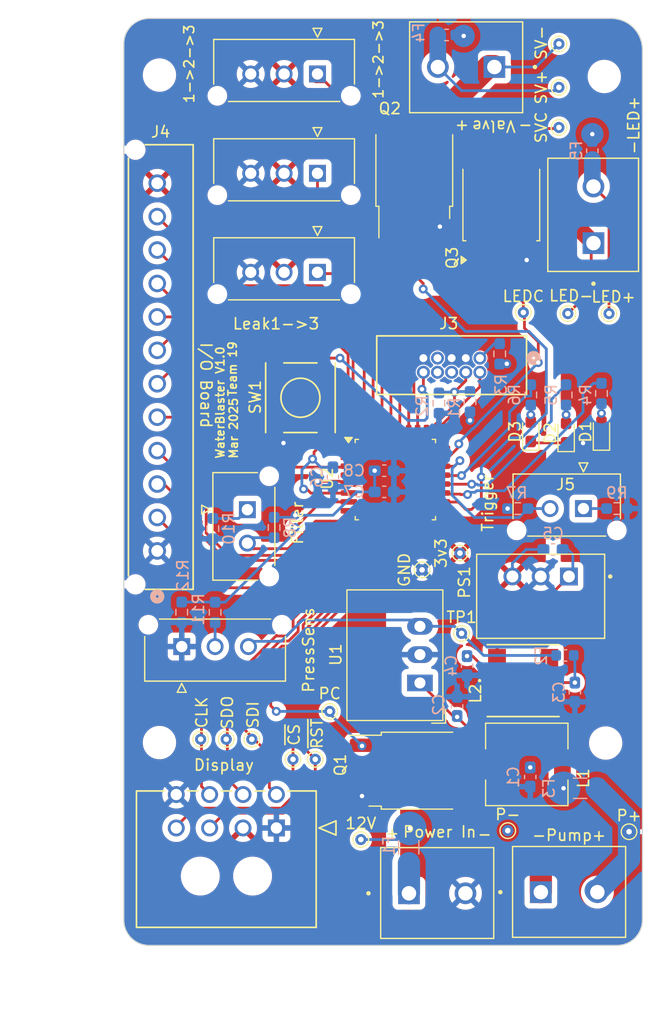
<source format=kicad_pcb>
(kicad_pcb (version 20241229) (generator "pcbnew") (generator_version "9.0")
  (layers (0 "F.Cu" signal) (2 "B.Cu" signal) (13 "F.Paste" user) (15 "B.Paste" user) (5 "F.SilkS" user "F.Silkscreen") (7 "B.SilkS" user "B.Silkscreen") (1 "F.Mask" user) (3 "B.Mask" user) (25 "Edge.Cuts" user))
  (net 0 "")
  (net 1 "+5V")
  (net 2 "GND")
  (net 3 "+3V3")
  (net 4 "+12V")
  (net 5 "/MCU/RESET")
  (net 6 "Net-(D1-A)")
  (net 7 "Net-(D2-A)")
  (net 8 "Net-(D3-A)")
  (net 9 "Net-(U1-IN)")
  (net 10 "Net-(C3-Pad1)")
  (net 11 "Net-(J7-Pin_2)")
  (net 12 "/Display/SCLK")
  (net 13 "/Display/SDI")
  (net 14 "/Display/SDO")
  (net 15 "/Display/{slash}CS")
  (net 16 "/Display/{slash}RESET")
  (net 17 "Net-(PS1-+VIN)")
  (net 18 "Net-(J3-VCC)")
  (net 22 "Net-(J9-Pin_1)")
  (net 23 "/MCU/PumpControl")
  (net 24 "/MCU/ValveControl")
  (net 25 "/IO/LED1")
  (net 26 "/IO/LED2")
  (net 27 "/IO/LED3")
  (net 28 "/MCU/SWCLK")
  (net 29 "/MCU/SWDIO")
  (net 30 "/IO/Trigger")
  (net 31 "/IO/Filler")
  (net 32 "Net-(J9-Pin_2)")
  (net 33 "/IO/DPadRight")
  (net 34 "/IO/Back")
  (net 35 "/IO/EncoderButton")
  (net 36 "/IO/Power")
  (net 37 "/IO/DPadUp")
  (net 38 "/IO/EncoderA")
  (net 39 "/IO/DPadLeft")
  (net 40 "/IO/EncoderB")
  (net 41 "/IO/DPadDown")
  (net 42 "/IO/Select")
  (net 43 "Net-(J5-Pin_1)")
  (net 44 "Net-(J6-Pin_1)")
  (net 45 "Net-(J7-Pin_1)")
  (net 46 "/MCU/LeakSensor1")
  (net 47 "/MCU/LeakSensor2")
  (net 48 "Net-(J12-Pin_2)")
  (net 49 "/MCU/LeakSensor3")
  (net 50 "/MCU/PressureTransducer")
  (net 51 "/MCU/LEDControl")
  (net 52 "Net-(J14-Pin_2)")
  (net 53 "Net-(J14-Pin_1)")
  (net 54 "Net-(J1-Pin_1)")
  (footprint "TestPoint:TestPoint_THTPad_D1.0mm_Drill0.5mm" (layer "F.Cu") (at 103.3 119.8 -90)
    (property "Reference" "CLK")
    (property "Value" "SCK")
  )
  (footprint "TestPoint:TestPoint_THTPad_D1.0mm_Drill0.5mm" (layer "F.Cu") (at 126.6 103.1 -90)
    (property "Reference" "3v3")
    (property "Value" "3V3")
  )
  (footprint "WaterBlaster:PHOENIX_1985865" (layer "F.Cu") (at 142.65 77.82 90)
    (property "Reference" "J9" (hide yes))
    (property "Value" "Conn_01x03")
  )
  (footprint "WaterBlaster:MOLEX_436500317" (layer "F.Cu") (at 113.8 77.9)
    (property "Reference" "J10" (hide yes))
    (property "Value" "Conn_01x03")
  )
  (footprint "Package_QFP:LQFP-32_7x7mm_P0.8mm" (layer "F.Cu") (at 120.8 96.5)
    (property "Reference" "U2")
    (property "Value" "STM32G070KBT6")
  )
  (footprint "WaterBlaster:IND_TAIYO_NR6028_TAY" (layer "F.Cu") (at 132.2821 114.54)
    (property "Reference" "L2")
    (property "Value" "NR6028T101M")
  )
  (footprint "WaterBlaster:PHOENIX_1985865" (layer "F.Cu") (at 131.3325 137.575)
    (property "Reference" "J7" (hide yes))
    (property "Value" "Conn_01x02")
  )
  (footprint "WaterBlaster:MOLEX_436500317" (layer "F.Cu") (at 113.8 69.015)
    (property "Reference" "J11" (hide yes))
    (property "Value" "Conn_01x03")
  )
  (footprint "Package_TO_SOT_SMD:TO-252-2" (layer "F.Cu") (at 122.84 122.62)
    (property "Reference" "Q1")
    (property "Value" "353-MCU60N02-TPCT-ND")
  )
  (footprint "WaterBlaster:PTS645SL43SMTR92LFS_CNK" (layer "F.Cu") (at 112.268 89.154 90)
    (property "Reference" "SW1")
    (property "Value" "SW_Push")
  )
  (footprint "TestPoint:TestPoint_THTPad_D1.0mm_Drill0.5mm" (layer "F.Cu") (at 126.75 110.3)
    (property "Reference" "TP1")
    (property "Value" "5v Protected")
  )
  (footprint "Package_TO_SOT_SMD:TO-252-2" (layer "F.Cu") (at 122.5 68.66 90)
    (property "Reference" "Q2")
    (property "Value" "353-MCU60N02-TPCT-ND")
  )
  (footprint "WaterBlaster:PHOENIX_1985865" (layer "F.Cu") (at 132.24 55.425 180)
    (property "Reference" "J14" (hide yes))
    (property "Value" "Conn_01x03")
  )
  (footprint "WaterBlaster:MOLEX_436500317" (layer "F.Cu") (at 113.8 60.1)
    (property "Reference" "J13" (hide yes))
    (property "Value" "Conn_01x03")
  )
  (footprint "TestPoint:TestPoint_THTPad_D1.0mm_Drill0.5mm" (layer "F.Cu") (at 105.6 119.8 90)
    (property "Reference" "SDO")
    (property "Value" "MISO")
  )
  (footprint "TestPoint:TestPoint_THTPad_D1.0mm_Drill0.5mm" (layer "F.Cu") (at 111.6 121.6 -90)
    (property "Reference" "~{CS}")
    (property "Value" "~{CS}")
  )
  (footprint "TestPoint:TestPoint_THTPad_D1.0mm_Drill0.5mm" (layer "F.Cu") (at 135.5 61.3 90)
    (property "Reference" "SV+")
    (property "Value" "ValvePWR")
  )
  (footprint "WaterBlaster:MOLEX_436500227" (layer "F.Cu") (at 107.5 99.2 90)
    (property "Reference" "Filler")
    (property "Value" "Conn_01x02")
  )
  (footprint "WaterBlaster:CONN_3220-10-0100-00_CNC" (layer "F.Cu") (at 128.397 85.598 180)
    (property "Reference" "J3")
    (property "Value" "JTAG_Header")
  )
  (footprint "TestPoint:TestPoint_THTPad_D1.0mm_Drill0.5mm" (layer "F.Cu") (at 136.3 81.6)
    (property "Reference" "LED-")
    (property "Value" "LEDGND")
  )
  (footprint "TestPoint:TestPoint_THTPad_D1.0mm_Drill0.5mm" (layer "F.Cu") (at 132.3 81.5)
    (property "Reference" "LEDC")
    (property "Value" "LEDControl")
  )
  (footprint "WaterBlaster:PHOENIX_1985865" (layer "F.Cu") (at 119.48 137.675)
    (property "Reference" "J1" (hide yes))
    (property "Value" "Conn_01x03")
  )
  (footprint "WaterBlaster:MOLEX_436500317" (layer "F.Cu") (at 101.6 111.485 180)
    (property "Reference" "PressSens")
    (property "Value" "Conn_01x03")
  )
  (footprint "TestPoint:TestPoint_THTPad_D1.0mm_Drill0.5mm" (layer "F.Cu") (at 141.8 128.1)
    (property "Reference" "P+")
    (property "Value" "PumpPWR")
  )
  (footprint "WaterBlaster:CONV_R-78K3.3-0.5" (layer "F.Cu") (at 133.8575 106.97 180)
    (property "Reference" "PS1")
    (property "Value" "R-78K3.3-0.5")
  )
  (footprint "Inductor_SMD:L_7.3x7.3_H3.5" (layer "F.Cu") (at 132.61 122.06 180)
    (property "Reference" "L1")
    (property "Value" "12uH")
  )
  (footprint "WaterBlaster:CON_430450800_MOL" (layer "F.Cu") (at 110.109 127.762)
    (property "Reference" "J2" (hide yes))
    (property "Value" "430450800")
  )
  (footprint "TestPoint:TestPoint_THTPad_D1.0mm_Drill0.5mm" (layer "F.Cu") (at 135.5 64.9 -90)
    (property "Reference" "SVC")
    (property "Value" "ValveControl")
  )
  (footprint "TestPoint:TestPoint_THTPad_D1.0mm_Drill0.5mm" (layer "F.Cu") (at 117.7 128.8)
    (property "Reference" "12V")
    (property "Value" "12V")
  )
  (footprint "TestPoint:TestPoint_THTPad_D1.0mm_Drill0.5mm" (layer "F.Cu") (at 130.9 128)
    (property "Reference" "P-")
    (property "Value" "PumpGND")
  )
  (footprint "TestPoint:TestPoint_THTPad_D1.0mm_Drill0.5mm" (layer "F.Cu") (at 123.2 104.6 90)
    (property "Reference" "GND")
    (property "Value" "GND")
  )
  (footprint "WaterBlaster:CONN_SD-43650-010_12_MOL" (layer "F.Cu") (at 99.718699 86.4 -90)
    (property "Reference" "J4")
    (property "Value" "Conn_01x12")
  )
  (footprint "LED_SMD:LED_0603_1608Metric_Pad1.05x0.95mm_HandSolder" (layer "F.Cu") (at 136.144 92.329 90)
    (property "Reference" "D2")
    (property "Value" "RED LED")
  )
  (footprint "TestPoint:TestPoint_THTPad_D1.0mm_Drill0.5mm" (layer "F.Cu") (at 114.9 117.3 90)
    (property "Reference" "PC")
    (property "Value" "PumpControl")
  )
  (footprint "TestPoint:TestPoint_THTPad_D1.0mm_Drill0.5mm" (layer "F.Cu") (at 107.9 119.8 -90)
    (property "Reference" "SDI")
    (property "Value" "MOSI")
  )
  (footprint "TestPoint:TestPoint_THTPad_D1.0mm_Drill0.5mm" (layer "F.Cu") (at 135.5 57.4 90)
    (property "Reference" "SV-")
    (property "Value" "ValveGND")
  )
  (footprint "MountingHole:MountingHole_2.5mm" (layer "F.Cu") (at 139.7 120.142)
    (property "Reference" "H4" (hide yes))
    (property "Value" "MountingHole")
  )
  (footprint "LED_SMD:LED_0603_1608Metric_Pad1.05x0.95mm_HandSolder" (layer "F.Cu") (at 132.969 92.202 90)
    (property "Reference" "D3")
    (property "Value" "YELLOW LED")
  )
  (footprint "Converter_DCDC:Converter_DCDC_RECOM_R-78E-0.5_THT" (layer "F.Cu") (at 123.0075 114.747 90)
    (property "Reference" "U1")
    (property "Value" "R-78E5.0-0.5")
  )
  (footprint "WaterBlaster:MOLEX_436500227" (layer "F.Cu") (at 137.7 99.1)
    (property "Reference" "J5")
    (property "Value" "Conn_01x02")
  )
  (footprint "LED_SMD:LED_0603_1608Metric_Pad1.05x0.95mm_HandSolder" (layer "F.Cu") (at 139.319 92.202 90)
    (property "Reference" "D1")
    (property "Value" "BLUE LED")
  )
  (footprint "TestPoint:TestPoint_THTPad_D1.0mm_Drill0.5mm" (layer "F.Cu") (at 113.6 121.6 -90)
    (property "Reference" "~{RST}")
    (property "Value" "~{RESET}")
  )
  (footprint "TestPoint:TestPoint_THTPad_D1.0mm_Drill0.5mm" (layer "F.Cu") (at 140 81.6)
    (property "Reference" "LED+")
    (property "Value" "LEDPWR")
  )
  (footprint "Package_TO_SOT_SMD:TO-252-2" (layer "F.Cu") (at 130.32 71.76 90)
    (property "Reference" "Q3")
    (property "Value" "353-MCU60N02-TPCT-ND")
  )
  (footprint "Fuse:Fuse_1206_3216Metric" (layer "B.Cu") (at 122 129.5 90)
    (property "Reference" "F1")
    (property "Value" "10A")
  )
  (footprint "MountingHole:MountingHole_2.5mm" (layer "B.Cu") (at 99.6 60.2 180)
    (property "Reference" "H1" (hide yes))
    (property "Value" "MountingHole")
  )
  (footprint "Resistor_SMD:R_0603_1608Metric_Pad0.98x0.95mm_HandSolder" (layer "B.Cu") (at 132.969 88.9 -90)
    (property "Reference" "R6")
    (property "Value" "1k")
  )
  (footprint "Resistor_SMD:R_0603_1608Metric_Pad0.98x0.95mm_HandSolder" (layer "B.Cu") (at 104.4 100.9 90)
    (property "Reference" "R10")
    (property "Value" "1k")
  )
  (footprint "Resistor_SMD:R_0603_1608Metric_Pad0.98x0.95mm_HandSolder" (layer "B.Cu") (at 130.175 85.217 90)
    (property "Reference" "R3")
    (property "Value" "0")
  )
  (footprint "Resistor_SMD:R_0603_1608Metric_Pad0.98x0.95mm_HandSolder" (layer "B.Cu") (at 104.6 108.4125 -90)
    (property "Reference" "R11")
    (property "Value" "10K")
  )
  (footprint "Resistor_SMD:R_0603_1608Metric_Pad0.98x0.95mm_HandSolder" (layer "B.Cu") (at 124.714 89.6385 90)
    (property "Reference" "R2")
    (property "Value" "R")
  )
  (footprint "Capacitor_SMD:C_0603_1608Metric_Pad1.08x0.95mm_HandSolder" (layer "B.Cu") (at 119.8 95.7)
    (property "Reference" "C8")
    (property "Value" "4.7uF")
  )
  (footprint "MountingHole:MountingHole_2.5mm" (layer "B.Cu") (at 99.6 120.1 180)
    (property "Reference" "H3" (hide yes))
    (property "Value" "MountingHole")
  )
  (footprint "Resistor_SMD:R_0603_1608Metric_Pad0.98x0.95mm_HandSolder" (layer "B.Cu") (at 109.9 100.8 90)
    (property "Reference" "R8")
    (property "Value" "10k")
  )
  (footprint "Resistor_SMD:R_0603_1608Metric_Pad0.98x0.95mm_HandSolder" (layer "B.Cu") (at 136.144 88.9 -90)
    (property "Reference" "R5")
    (property "Value" "1k")
  )
  (footprint "Resistor_SMD:R_0603_1608Metric_Pad0.98x0.95mm_HandSolder" (layer "B.Cu") (at 140.7 99.1 180)
    (property "Reference" "R9")
    (property "Value" "1k")
  )
  (footprint "Fuse:Fuse_0603_1608Metric" (layer "B.Cu") (at 138.5 66.9875 -90)
    (property "Reference" "F5")
    (property "Value" "1.2A")
  )
  (footprint "Resistor_SMD:R_0603_1608Metric_Pad0.98x0.95mm_HandSolder" (layer "B.Cu") (at 101.6 108.4 90)
    (property "Reference" "R12")
    (property "Value" "10K")
  )
  (footprint "Resistor_SMD:R_0603_1608Metric_Pad0.98x0.95mm_HandSolder" (layer "B.Cu") (at 139.319 88.773 -90)
    (property "Reference" "R4")
    (property "Value" "1k")
  )
  (footprint "MountingHole:MountingHole_2.5mm" (layer "B.Cu") (at 139.573 60.325 180)
    (property "Reference" "H2" (hide yes))
    (property "Value" "MountingHole")
  )
  (footprint "Capacitor_SMD:C_0603_1608Metric_Pad1.08x0.95mm_HandSolder" (layer "B.Cu") (at 134.97 102.77 180)
    (property "Reference" "C5")
    (property "Value" "1nf")
  )
  (footprint "Capacitor_SMD:C_0603_1608Metric_Pad1.08x0.95mm_HandSolder" (layer "B.Cu") (at 126.35 116.85 90)
    (property "Reference" "C2")
    (property "Value" "4.7uF")
  )
  (footprint "Capacitor_SMD:C_0603_1608Metric_Pad1.08x0.95mm_HandSolder" (layer "B.Cu") (at 127.24 113.2 -90)
    (property "Reference" "C4")
    (property "Value" "10uF")
  )
  (footprint "Capacitor_SMD:C_0603_1608Metric_Pad1.08x0.95mm_HandSolder" (layer "B.Cu") (at 115.189 96.266 -90)
    (property "Reference" "C6")
    (property "Value" ".1UF")
  )
  (footprint "Capacitor_SMD:C_0603_1608Metric_Pad1.08x0.95mm_HandSolder" (layer "B.Cu") (at 119.8 97.6)
    (property "Reference" "C7")
    (property "Value" "100nF")
  )
  (footprint "Capacitor_SMD:C_0603_1608Metric_Pad1.08x0.95mm_HandSolder" (layer "B.Cu") (at 136.93 115.58 -90)
    (property "Reference" "C3")
    (property "Value" "10uF")
  )
  (footprint "Fuse:Fuse_1206_3216Metric_Pad1.42x1.75mm_HandSolder" (layer "B.Cu") (at 137.4 124.2)
    (property "Reference" "F3")
    (property "Value" "6A")
  )
  (footprint "Resistor_SMD:R_0603_1608Metric_Pad0.98x0.95mm_HandSolder" (layer "B.Cu") (at 131.8 99.1 180)
    (property "Reference" "R7")
    (property "Value" "10k")
  )
  (footprint "Resistor_SMD:R_0603_1608Metric_Pad0.98x0.95mm_HandSolder" (layer "B.Cu") (at 127.508 89.5115 90)
    (property "Reference" "R1")
    (property "Value" "R")
  )
  (footprint "Capacitor_SMD:C_0603_1608Metric_Pad1.08x0.95mm_HandSolder" (layer "B.Cu") (at 132.92 123.19 -90)
    (property "Reference" "C1")
    (property "Value" "10uF")
  )
  (footprint "Fuse:Fuse_0603_1608Metric" (layer "B.Cu") (at 136.04 112.28)
    (property "Reference" "F2")
    (property "Value" "Fuse")
  )
  (footprint "Fuse:Fuse_0603_1608Metric" (layer "B.Cu") (at 125.4 56.6 180)
    (property "Reference" "F4")
    (property "Value" "1.2A")
  )
  (gr_arc (start 143.002 136.017) (mid 142.332446 137.633446) (end 140.716 138.303) (stroke (width 0.1)) (layer "Edge.Cuts"))
  (gr_line (start 143.002 57.912) (end 143.002 136.017) (stroke (width 0.1)) (layer "Edge.Cuts"))
  (gr_line (start 140.716 138.303) (end 98.679 138.303) (stroke (width 0.1)) (layer "Edge.Cuts"))
  (gr_line (start 98.679 55.118) (end 140.208 55.118) (stroke (width 0.1)) (layer "Edge.Cuts"))
  (gr_arc (start 140.208 55.118) (mid 142.183656 55.936344) (end 143.002 57.912) (stroke (width 0.1)) (layer "Edge.Cuts"))
  (gr_line (start 96.393 136.017) (end 96.393 57.404) (stroke (width 0.1)) (layer "Edge.Cuts"))
  (gr_arc (start 98.679 138.303) (mid 97.062554 137.633446) (end 96.393 136.017) (stroke (width 0.1)) (layer "Edge.Cuts"))
  (gr_arc (start 96.393 57.404) (mid 97.062554 55.787554) (end 98.679 55.118) (stroke (width 0.1)) (layer "Edge.Cuts"))
  (gr_text "-LED+" (at 142.8 67.4 90) (layer "F.SilkS") (effects (font (size 1 1)) (justify left bottom)))
  (gr_text "+" (at 119.8 128.8 0) (layer "F.SilkS") (effects (font (size 1 1)) (justify left bottom)))
  (gr_text "WaterBlaster V1.0\nMar 2025" (at 106.7 94.7 90) (layer "F.SilkS") (effects (font (size 0.75 0.75)) (justify left bottom)))
  (gr_text "Power In\n" (at 121.4 128.7 0) (layer "F.SilkS") (effects (font (size 1 1)) (justify left bottom)))
  (gr_text "Valve" (at 131.7 64.2 180) (layer "F.SilkS") (effects (font (size 1 1)) (justify left bottom)))
  (gr_text "1->2->3" (at 119.8 62.4 90) (layer "F.SilkS") (effects (font (size 0.9 0.9)) (justify left bottom)))
  (gr_text "I/O Board" (at 103.2 84.1 270) (layer "F.SilkS") (effects (font (size 1 1)) (justify left bottom)))
  (gr_text "-" (at 133.2 64.2 180) (layer "F.SilkS") (effects (font (size 1 1)) (justify left bottom)))
  (gr_text "Leak1->3" (at 106.1 83.1 0) (layer "F.SilkS") (effects (font (size 1 1)) (justify left bottom)))
  (gr_text "Trigger" (at 129.1 98.6 90) (layer "F.SilkS") (effects (font (size 1 1))))
  (gr_text "Team 19\n" (at 106.6 89.1 90) (layer "F.SilkS") (effects (font (size 0.75 0.75)) (justify left bottom)))
  (gr_text "-\n" (at 128.1 128.9 0) (layer "F.SilkS") (effects (font (size 1 1)) (justify left bottom)))
  (gr_text "1->2->3" (at 102.8 62.8 90) (layer "F.SilkS") (effects (font (size 0.9 0.9)) (justify left bottom)))
  (gr_text "-Pump+" (at 133 129 0) (layer "F.SilkS") (effects (font (size 1 1)) (justify left bottom)))
  (gr_text "Display" (at 102.6 122.7 0) (layer "F.SilkS") (effects (font (size 1 1)) (justify left bottom)))
  (gr_text "+" (at 127.5 64.2 180) (layer "F.SilkS") (effects (font (size 1 1)) (justify left bottom)))
  (segment (start 108.072615 111.012385) (end 107.6 111.485) (width 0.25) (layer "B.Cu") (net 1))
  (segment (start 123.0075 109.667) (end 126.117 109.667) (width 0.25) (layer "B.Cu") (net 1))
  (segment (start 110.542385 111.012385) (end 108.072615 111.012385) (width 0.25) (layer "B.Cu") (net 1))
  (segment (start 128.73 112.28) (end 126.75 110.3) (width 0.25) (layer "B.Cu") (net 1))
  (segment (start 123.0075 109.667) (end 122.4405 109.1) (width 0.25) (layer "B.Cu") (net 1))
  (segment (start 135.2525 112.28) (end 128.73 112.28) (width 0.25) (layer "B.Cu") (net 1))
  (segment (start 122.4405 109.1) (end 112.45477 109.1) (width 0.25) (layer "B.Cu") (net 1))
  (segment (start 112.45477 109.1) (end 110.542385 111.012385) (width 0.25) (layer "B.Cu") (net 1))
  (segment (start 126.117 109.667) (end 126.75 110.3) (width 0.25) (layer "B.Cu") (net 1))
  (segment (start 115.809726 96.676) (end 116.38 96.676) (width 0.25) (layer "F.Cu") (net 2))
  (segment (start 110.017999 93.0021) (end 110.017999 85.3059) (width 0.25) (layer "F.Cu") (net 2))
  (segment (start 133.096 93.204) (end 132.969 93.077) (width 0.25) (layer "F.Cu") (net 2))
  (segment (start 139.319 93.0535) (end 137.8325 93.0535) (width 0.25) (layer "F.Cu") (net 2))
  (segment (start 116.38 96.676) (end 116.618 96.914) (width 0.25) (layer "F.Cu") (net 2))
  (segment (start 137.8325 93.0535) (end 137.668 93.218) (width 0.25) (layer "F.Cu") (net 2))
  (segment (start 136.144 93.1805) (end 137.6305 93.1805) (width 0.25) (layer "F.Cu") (net 2))
  (segment (start 113.792 96.647) (end 115.780726 96.647) (width 0.25) (layer "F.Cu") (net 2))
  (segment (start 136.144 93.204) (end 133.096 93.204) (width 0.25) (layer "F.Cu") (net 2))
  (segment (start 137.6305 93.1805) (end 137.668 93.218) (width 0.25) (layer "F.Cu") (net 2))
  (segment (start 115.780726 96.647) (end 115.809726 96.676) (width 0.25) (layer "F.Cu") (net 2))
  (via (at 117.8 124.9) (size 3) (drill 0.4) (layers "F.Cu" "B.Cu") (net 2))
  (via (at 110.744 93.218) (size 0.8) (drill 0.4) (layers "F.Cu" "B.Cu") (net 2))
  (via (at 124.8 73.8) (size 2) (drill 0.4) (layers "F.Cu" "B.Cu") (net 2))
  (via (at 132.6 76.8) (size 2) (drill 0.4) (layers "F.Cu" "B.Cu") (net 2))
  (via (at 113.792 96.647) (size 0.8) (drill 0.4) (layers "F.Cu" "B.Cu") (net 2))
  (via (at 137.668 93.218) (size 0.8) (drill 0.4) (layers "F.Cu" "B.Cu") (net 2))
  (segment (start 101.6 109.3125) (end 101.6 111.485) (width 0.25) (layer "B.Cu") (net 2))
  (segment (start 101.5 111.585) (end 101.6 111.485) (width 0.25) (layer "B.Cu") (net 2))
  (segment (start 116.618 96.114) (end 118.5235 96.114) (width 0.25) (layer "F.Cu") (net 3))
  (segment (start 118.5235 96.114) (end 118.9375 95.7) (width 0.25) (layer "F.Cu") (net 3))
  (via (at 111.8 99.7) (size 0.8) (drill 0.4) (layers "F.Cu" "B.Cu") (net 3))
  (via (at 130.81 86.106) (size 0.8) (drill 0.4) (layers "F.Cu" "B.Cu") (net 3))
  (via (at 130.8875 99.1) (size 0.8) (drill 0.4) (layers "F.Cu" "B.Cu") (net 3))
  (via (at 127.508 91.186) (size 0.8) (drill 0.4) (layers "F.Cu" "B.Cu") (net 3))
  (via (at 118.9375 95.7) (size 0.8) (drill 0.4) (layers "F.Cu" "B.Cu") (net 3))
  (segment (start 115.2 99.7) (end 111.8 99.7) (width 0.25) (layer "B.Cu") (net 3))
  (segment (start 111.4125 99.8875) (end 111.7 99.6) (width 0.25) (layer "B.Cu") (net 3))
  (segment (start 115.2 99.7) (end 117.3 97.6) (width 0.25) (layer "B.Cu") (net 3))
  (segment (start 134.1075 102.77) (end 132.55 102.77) (width 0.25) (layer "B.Cu") (net 3))
  (segment (start 131.3175 104.0025) (end 131.3175 105.195) (width 0.25) (layer "B.Cu") (net 3))
  (segment (start 117.3 97.6) (end 118.9375 97.6) (width 0.25) (layer "B.Cu") (net 3))
  (segment (start 132.55 102.77) (end 131.3175 104.0025) (width 0.25) (layer "B.Cu") (net 3))
  (segment (start 118.9375 95.7) (end 118.9375 97.6) (width 0.25) (layer "B.Cu") (net 3))
  (segment (start 109.9 99.8875) (end 111.4125 99.8875) (width 0.25) (layer "B.Cu") (net 3))
  (via (at 135.9125 124.2) (size 3) (drill 0.4) (layers "F.Cu" "B.Cu") (net 4))
  (via (at 132.92 122.3275) (size 0.8) (drill 0.4) (layers "F.Cu" "B.Cu") (net 4))
  (via (at 126.937233 56.685758) (size 2) (drill 0.4) (layers "F.Cu" "B.Cu") (net 4))
  (via (at 122.1 127.8) (size 3) (drill 0.4) (layers "F.Cu" "B.Cu") (net 4))
  (via (at 138.5 65.5) (size 2) (drill 0.4) (layers "F.Cu" "B.Cu") (net 4))
  (segment (start 122.1 127.8) (end 121.1 128.8) (width 0.25) (layer "B.Cu") (net 4))
  (segment (start 121.1 128.8) (end 117.7 128.8) (width 0.25) (layer "B.Cu") (net 4))
  (segment (start 114.810101 85.598) (end 114.518001 85.3059) (width 0.25) (layer "F.Cu") (net 5))
  (segment (start 115.824 85.598) (end 114.810101 85.598) (width 0.25) (layer "F.Cu") (net 5))
  (segment (start 113.491695 94.028406) (end 114.518001 93.0021) (width 0.25) (layer "F.Cu") (net 5))
  (segment (start 114.518001 85.3059) (end 114.518001 93.0021) (width 0.25) (layer "F.Cu") (net 5))
  (segment (start 112.844 97.35) (end 113.208 97.714) (width 0.25) (layer "F.Cu") (net 5))
  (segment (start 113.208 97.714) (end 116.618 97.714) (width 0.25) (layer "F.Cu") (net 5))
  (segment (start 112.55 97.35) (end 112.844 97.35) (width 0.25) (layer "F.Cu") (net 5))
  (segment (start 123.317 86.868) (end 123.317 88.265) (width 0.25) (layer "F.Cu") (net 5))
  (segment (start 114.389951 92.874049) (end 114.518001 93.0021) (width 0.25) (layer "F.Cu") (net 5))
  (segment (start 113.358347 94.658347) (end 113.491695 94.525) (width 0.25) (layer "F.Cu") (net 5))
  (segment (start 123.317 88.265) (end 123.19 88.392) (width 0.25) (layer "F.Cu") (net 5))
  (segment (start 113.491695 94.525) (end 113.491695 94.028406) (width 0.25) (layer "F.Cu") (net 5))
  (via (at 123.19 88.392) (size 0.8) (drill 0.4) (layers "F.Cu" "B.Cu") (net 5))
  (via (at 113.358347 94.658347) (size 0.8) (drill 0.4) (layers "F.Cu" "B.Cu") (net 5))
  (via (at 112.55 97.35) (size 0.8) (drill 0.4) (layers "F.Cu" "B.Cu") (net 5))
  (via (at 115.824 85.598) (size 0.8) (drill 0.4) (layers "F.Cu" "B.Cu") (net 5))
  (segment (start 123.661 88.863) (end 123.661 90.969) (width 0.25) (layer "B.Cu") (net 5))
  (segment (start 112.4 95.616694) (end 113.358347 94.658347) (width 0.25) (layer "B.Cu") (net 5))
  (segment (start 123.661 90.969) (end 123.444 91.186) (width 0.25) (layer "B.Cu") (net 5))
  (segment (start 112.4 97.2) (end 112.4 95.616694) (width 0.25) (layer "B.Cu") (net 5))
  (segment (start 123.444 91.186) (end 121.92 91.186) (width 0.25) (layer "B.Cu") (net 5))
  (segment (start 121.92 91.186) (end 115.824 85.598) (width 0.25) (layer "B.Cu") (net 5))
  (segment (start 115.189 95.4035) (end 114.1035 95.4035) (width 0.25) (layer "B.Cu") (net 5))
  (segment (start 123.19 88.392) (end 123.661 88.863) (width 0.25) (layer "B.Cu") (net 5))
  (segment (start 114.1035 95.4035) (end 113.358347 94.658347) (width 0.25) (layer "B.Cu") (net 5))
  (segment (start 112.55 97.35) (end 112.4 97.2) (width 0.25) (layer "B.Cu") (net 5))
  (via (at 139.319 90.551) (size 0.8) (drill 0.4) (layers "F.Cu" "B.Cu") (net 6))
  (segment (start 139.319 90.551) (end 139.319 90.297) (width 0.25) (layer "B.Cu") (net 6))
  (segment (start 139.319 89.6855) (end 139.319 90.551) (width 0.25) (layer "B.Cu") (net 6))
  (via (at 136.144 90.678) (size 0.8) (drill 0.4) (layers "F.Cu" "B.Cu") (net 7))
  (segment (start 136.144 89.8125) (end 136.144 90.678) (width 0.25) (layer "B.Cu") (net 7))
  (via (at 132.969 90.678) (size 0.8) (drill 0.4) (layers "F.Cu" "B.Cu") (net 8))
  (segment (start 132.969 89.8125) (end 132.969 90.678) (width 0.25) (layer "B.Cu") (net 8))
  (segment (start 127.24 118.69) (end 128.16 118.69) (width 0.25) (layer "F.Cu") (net 9))
  (segment (start 126.35 117.8) (end 127.24 118.69) (width 0.25) (layer "F.Cu") (net 9))
  (segment (start 126.35 117.8) (end 126.0605 117.8) (width 0.25) (layer "F.Cu") (net 9))
  (segment (start 129.41 119.94) (end 129.41 122.06) (width 0.25) (layer "F.Cu") (net 9))
  (segment (start 128.16 118.69) (end 129.41 119.94) (width 0.25) (layer "F.Cu") (net 9))
  (segment (start 126.0605 117.8) (end 123.0075 114.747) (width 0.25) (layer "F.Cu") (net 9))
  (via (at 126.35 117.8) (size 0.8) (drill 0.4) (layers "F.Cu" "B.Cu") (net 9))
  (segment (start 134.8091 114.7175) (end 134.6316 114.54) (width 0.25) (layer "F.Cu") (net 10))
  (segment (start 136.93 114.7175) (end 134.8091 114.7175) (width 0.25) (layer "F.Cu") (net 10))
  (via (at 136.93 114.7175) (size 0.8) (drill 0.4) (layers "F.Cu" "B.Cu") (net 10))
  (segment (start 136.93 114.7175) (end 136.93 112.3825) (width 0.25) (layer "B.Cu") (net 10))
  (segment (start 136.93 112.3825) (end 136.8275 112.28) (width 0.25) (layer "B.Cu") (net 10))
  (segment (start 138.8875 124.2) (end 141.8 127.1125) (width 2) (layer "B.Cu") (net 11))
  (segment (start 141.8 127.1125) (end 141.8 127.2) (width 2) (layer "B.Cu") (net 11))
  (segment (start 138.8 133.3725) (end 138.9 133.4725) (width 2) (layer "B.Cu") (net 11))
  (segment (start 141.8 127.2) (end 141.8 130.5725) (width 2) (layer "B.Cu") (net 11))
  (segment (start 141.8 130.5725) (end 138.9 133.4725) (width 2) (layer "B.Cu") (net 11))
  (segment (start 138.9 133.4725) (end 138.9525 133.525) (width 0.25) (layer "B.Cu") (net 11))
  (segment (start 119.911809 101.751) (end 119.78681 101.875999) (width 0.25) (layer "F.Cu") (net 12))
  (segment (start 104.061001 124.714) (end 104.284002 124.714) (width 0.25) (layer "F.Cu") (net 12))
  (segment (start 108.029 112.571) (end 103.378 117.222) (width 0.25) (layer "F.Cu") (net 12))
  (segment (start 119.075999 102.58681) (end 118.91319 102.749619) (width 0.25) (layer "F.Cu") (net 12))
  (segment (start 110.122615 110.477385) (end 108.686 111.914) (width 0.25) (layer "F.Cu") (net 12))
  (segment (start 120.393 100.689) (end 120.393 101.207) (width 0.25) (layer "F.Cu") (net 12))
  (segment (start 117.749 102.851) (end 111.552385 109.047615) (width 0.25) (layer "F.Cu") (net 12))
  (segment (start 103.378 117.222) (end 103.378 124.030999) (width 0.25) (layer "F.Cu") (net 12))
  (segment (start 120.176 101.424) (end 120.176 101.490274) (width 0.25) (layer "F.Cu") (net 12))
  (segment (start 120.176 101.490274) (end 119.915274 101.751) (width 0.25) (layer "F.Cu") (net 12))
  (segment (start 111.611 109.10623) (end 111.611 109.94377) (width 0.25) (layer "F.Cu") (net 12))
  (segment (start 120.393 101.207) (end 120.176 101.424) (width 0.25) (layer "F.Cu") (net 12))
  (segment (start 119.78681 101.875999) (end 119.075999 102.58681) (width 0.25) (layer "F.Cu") (net 12))
  (segment (start 103.378 124.030999) (end 104.061001 124.714) (width 0.25) (layer "F.Cu") (net 12))
  (segment (start 118.811809 102.851) (end 118.438189 102.851) (width 0.25) (layer "F.Cu") (net 12))
  (segment (start 108.686 111.914) (end 108.686 111.934836) (width 0.25) (layer "F.Cu") (net 12))
  (segment (start 118.91319 102.749619) (end 118.811809 102.851) (width 0.25) (layer "F.Cu") (net 12))
  (segment (start 119.915274 101.751) (end 119.911809 101.751) (width 0.25) (layer "F.Cu") (net 12))
  (segment (start 111.611 109.94377) (end 111.01877 110.536) (width 0.25) (layer "F.Cu") (net 12))
  (segment (start 118.438189 102.851) (end 117.749 102.851) (width 0.25) (layer "F.Cu") (net 12))
  (segment (start 110.18123 110.536) (end 110.122615 110.477385) (width 0.25) (layer "F.Cu") (net 12))
  (segment (start 111.01877 110.536) (end 110.18123 110.536) (width 0.25) (layer "F.Cu") (net 12))
  (segment (start 108.686 111.934836) (end 108.049836 112.571) (width 0.25) (layer "F.Cu") (net 12))
  (segment (start 111.552385 109.047615) (end 111.611 109.10623) (width 0.25) (layer "F.Cu") (net 12))
  (segment (start 108.049836 112.571) (end 108.029 112.571) (width 0.25) (layer "F.Cu") (net 12))
  (segment (start 107.2 118.884) (end 109.474 121.158) (width 0.25) (layer "F.Cu") (net 13))
  (segment (start 117.82981 104.208) (end 112.513 109.52481) (width 0.25) (layer "F.Cu") (net 13))
  (segment (start 107.2 114.83781) (end 107.2 118.884) (width 0.25) (layer "F.Cu") (net 13))
  (segment (start 121.993 101.607) (end 119.392 104.208) (width 0.25) (layer "F.Cu") (net 13))
  (segment (start 110.59981 111.438) (end 107.2 114.83781) (width 0.25) (layer "F.Cu") (net 13))
  (segment (start 111.39239 111.438) (end 110.59981 111.438) (width 0.25) (layer "F.Cu") (net 13))
  (segment (start 112.513 109.52481) (end 112.513 110.31739) (width 0.25) (layer "F.Cu") (net 13))
  (segment (start 109.474 124.127001) (end 110.060999 124.714) (width 0.25) (layer "F.Cu") (net 13))
  (segment (start 119.392 104.208) (end 117.82981 104.208) (width 0.25) (layer "F.Cu") (net 13))
  (segment (start 109.474 121.158) (end 109.474 124.127001) (width 0.25) (layer "F.Cu") (net 13))
  (segment (start 112.513 110.31739) (end 111.39239 111.438) (width 0.25) (layer "F.Cu") (net 13))
  (segment (start 121.993 100.689) (end 121.993 101.607) (width 0.25) (layer "F.Cu") (net 13))
  (segment (start 110.060999 124.714) (end 110.284 124.714) (width 0.25) (layer "F.Cu") (net 13))
  (segment (start 107.061 124.714) (end 107.284001 124.714) (width 0.25) (layer "F.Cu") (net 14))
  (segment (start 110.413 110.987) (end 105.7 115.7) (width 0.25) (layer "F.Cu") (net 14))
  (segment (start 119.2 103.4) (end 118 103.4) (width 0.25) (layer "F.Cu") (net 14))
  (segment (start 112.062 110.13058) (end 111.20558 110.987) (width 0.25) (layer "F.Cu") (net 14))
  (segment (start 111.20558 110.987) (end 110.413 110.987) (width 0.25) (layer "F.Cu") (net 14))
  (segment (start 112.062 109.338) (end 112.062 110.13058) (width 0.25) (layer "F.Cu") (net 14))
  (segment (start 121.193 101.407) (end 119.2 103.4) (width 0.25) (layer "F.Cu") (net 14))
  (segment (start 105.7 115.7) (end 105.7 123.353) (width 0.25) (layer "F.Cu") (net 14))
  (segment (start 121.193 100.689) (end 121.193 101.407) (width 0.25) (layer "F.Cu") (net 14))
  (segment (start 118 103.4) (end 112.062 109.338) (width 0.25) (layer "F.Cu") (net 14))
  (segment (start 105.7 123.353) (end 107.061 124.714) (width 0.25) (layer "F.Cu") (net 14))
  (segment (start 112.964 109.71162) (end 112.964 110.5042) (width 0.25) (layer "F.Cu") (net 15))
  (segment (start 109.634 119.634) (end 111 119.634) (width 0.25) (layer "F.Cu") (net 15))
  (segment (start 122.793 100.689) (end 122.793 101.607) (width 0.25) (layer "F.Cu") (net 15))
  (segment (start 107.689442 117.689442) (end 109.634 119.634) (width 0.25) (layer "F.Cu") (net 15))
  (segment (start 111.6 124.932422) (end 110.548422 125.984) (width 0.25) (layer "F.Cu") (net 15))
  (segment (start 111.6 120.234) (end 111.6 124.932422) (width 0.25) (layer "F.Cu") (net 15))
  (segment (start 122.793 101.607) (end 119.242 105.158) (width 0.25) (layer "F.Cu") (net 15))
  (segment (start 112.964 110.5042) (end 111.5792 111.889) (width 0.25) (layer "F.Cu") (net 15))
  (segment (start 119.242 105.158) (end 117.51762 105.158) (width 0.25) (layer "F.Cu") (net 15))
  (segment (start 102.751501 125.984) (end 101.284003 127.451498) (width 0.25) (layer "F.Cu") (net 15))
  (segment (start 101.284003 127.451498) (end 101.284003 127.713999) (width 0.25) (layer "F.Cu") (net 15))
  (segment (start 117.51762 105.158) (end 112.964 109.71162) (width 0.25) (layer "F.Cu") (net 15))
  (segment (start 111 119.634) (end 111.6 120.234) (width 0.25) (layer "F.Cu") (net 15))
  (segment (start 110.78662 111.889) (end 107.689442 114.986178) (width 0.25) (layer "F.Cu") (net 15))
  (segment (start 110.548422 125.984) (end 102.751501 125.984) (width 0.25) (layer "F.Cu") (net 15))
  (segment (start 107.689442 114.986178) (end 107.689442 117.689442) (width 0.25) (layer "F.Cu") (net 15))
  (segment (start 111.5792 111.889) (end 110.78662 111.889) (width 0.25) (layer "F.Cu") (net 15))
  (segment (start 113.415 110.27205) (end 113.415 109.89843) (width 0.25) (layer "F.Cu") (net 16))
  (segment (start 119.42881 105.609) (end 123.6 101.43781) (width 0.25) (layer "F.Cu") (net 16))
  (segment (start 113.609905 121.606095) (end 111.18681 119.183) (width 0.25) (layer "F.Cu") (net 16))
  (segment (start 109.926 119.126) (end 109.89928 119.126) (width 0.25) (layer "F.Cu") (net 16))
  (segment (start 113.710242 109.601774) (end 114.135522 109.176494) (width 0.25) (layer "F.Cu") (net 16))
  (segment (start 112.975 124.195232) (end 112.975 124.193818) (width 0.25) (layer "F.Cu") (net 16))
  (segment (start 113.710242 109.603188) (end 113.710242 109.601774) (width 0.25) (layer "F.Cu") (net 16))
  (segment (start 110.735232 126.435) (end 112.975 124.195232) (width 0.25) (layer "F.Cu") (net 16))
  (segment (start 104.284002 127.587) (end 105.436002 126.435) (width 0.25) (layer "F.Cu") (net 16))
  (segment (start 115.743368 107.568648) (end 116.168648 107.143368) (width 0.25) (layer "F.Cu") (net 16))
  (segment (start 112.0302 112.07581) (end 113.15081 110.9552) (width 0.25) (layer "F.Cu") (net 16))
  (segment (start 113.415 110.31739) (end 113.415 110.27205) (width 0.25) (layer "F.Cu") (net 16))
  (segment (start 123.6 100.689) (end 123.593 100.689) (width 0.25) (layer "F.Cu") (net 16))
  (segment (start 112.975 124.193818) (end 113.6 123.568818) (width 0.25) (layer "F.Cu") (net 16))
  (segment (start 109.474 118.674) (end 108.286356 117.486356) (width 0.25) (layer "F.Cu") (net 16))
  (segment (start 108.286356 115.027074) (end 109.149 114.16443) (width 0.25) (layer "F.Cu") (net 16))
  (segment (start 109.474 118.70072) (end 109.474 118.674) (width 0.25) (layer "F.Cu") (net 16))
  (segment (start 104.284002 127.713999) (end 104.284002 127.587) (width 0.25) (layer "F.Cu") (net 16))
  (segment (start 116.168648 107.143368) (end 116.170062 107.143368) (width 0.25) (layer "F.Cu") (net 16))
  (segment (start 111.34705 112.34) (end 111.39239 112.34) (width 0.25) (layer "F.Cu") (net 16))
  (segment (start 113.415 109.89843) (end 113.597746 109.715684) (width 0.25) (layer "F.Cu") (net 16))
  (segment (start 116.170062 107.143368) (end 117.70443 105.609) (width 0.25) (layer "F.Cu") (net 16))
  (segment (start 113.597746 109.715684) (end 113.67919 109.63424) (width 0.25) (layer "F.Cu") (net 16))
  (segment (start 109.89928 119.126) (end 109.474 118.70072) (width 0.25) (layer "F.Cu") (net 16))
  (segment (start 108.286356 117.486356) (end 108.286356 115.027074) (width 0.25) (layer "F.Cu") (net 16))
  (segment (start 117.70443 105.609) (end 119.42881 105.609) (width 0.25) (layer "F.Cu") (net 16))
  (segment (start 105.436002 126.435) (end 110.735232 126.435) (width 0.25) (layer "F.Cu") (net 16))
  (segment (start 111.18681 119.183) (end 109.983 119.183) (width 0.25) (layer "F.Cu") (net 16))
  (segment (start 113.415 110.69101) (end 113.415 110.31739) (width 0.25) (layer "F.Cu") (net 16))
  (segment (start 110.70924 112.60419) (end 110.97343 112.34) (width 0.25) (layer "F.Cu") (net 16))
  (segment (start 109.983 119.183) (end 109.926 119.126) (width 0.25) (layer "F.Cu") (net 16))
  (segment (start 114.135522 109.176494) (end 114.136936 109.176494) (width 0.25) (layer "F.Cu") (net 16))
  (segment (start 115.743368 107.570062) (end 115.743368 107.568648) (width 0.25) (layer "F.Cu") (net 16))
  (segment (start 113.6 121.616) (end 113.609905 121.606095) (width 0.25) (layer "F.Cu") (net 16))
  (segment (start 111.76601 112.34) (end 112.0302 112.07581) (width 0.25) (layer "F.Cu") (net 16))
  (segment (start 114.136936 109.176494) (end 115.743368 107.570062) (width 0.25) (layer "F.Cu") (net 16))
  (segment (start 109.149 114.16443) (end 109.41319 113.90024) (width 0.25) (layer "F.Cu") (net 16))
  (segment (start 111.39239 112.34) (end 111.76601 112.34) (width 0.25) (layer "F.Cu") (net 16))
  (segment (start 123.6 101.428464) (end 123.6 100.689) (width 0.25) (layer "F.Cu") (net 16))
  (segment (start 110.97343 112.34) (end 111.34705 112.34) (width 0.25) (layer "F.Cu") (net 16))
  (segment (start 113.6 123.568818) (end 113.6 121.616) (width 0.25) (layer "F.Cu") (net 16))
  (segment (start 113.67919 109.63424) (end 113.710242 109.603188) (width 0.25) (layer "F.Cu") (net 16))
  (segment (start 123.6 101.43781) (end 123.6 101.428464) (width 0.25) (layer "F.Cu") (net 16))
  (segment (start 113.15081 110.9552) (end 113.415 110.69101) (width 0.25) (layer "F.Cu") (net 16))
  (segment (start 109.41319 113.90024) (end 110.70924 112.60419) (width 0.25) (layer "F.Cu") (net 16))
  (segment (start 136.3975 105.195) (end 129.9326 111.6599) (width 0.25) (layer "F.Cu") (net 17))
  (segment (start 127.24 112.3375) (end 127.7301 112.3375) (width 0.25) (layer "F.Cu") (net 17))
  (segment (start 127.7301 112.3375) (end 129.9326 114.54) (width 0.25) (layer "F.Cu") (net 17))
  (segment (start 129.9326 111.6599) (end 129.9326 114.54) (width 0.25) (layer "F.Cu") (net 17))
  (via (at 127.24 112.3375) (size 0.8) (drill 0.4) (layers "F.Cu" "B.Cu") (net 17))
  (segment (start 136.3975 105.195) (end 136.75 104.8425) (width 0.25) (layer "B.Cu") (net 17))
  (segment (start 136.75 103.22) (end 136.3 102.77) (width 0.25) (layer "B.Cu") (net 17))
  (segment (start 136.3 102.77) (end 135.8325 102.77) (width 0.25) (layer "B.Cu") (net 17))
  (segment (start 136.75 104.8425) (end 136.75 103.22) (width 0.25) (layer "B.Cu") (net 17))
  (segment (start 129.6905 84.3045) (end 128.397 85.598) (width 0.25) (layer "B.Cu") (net 18))
  (segment (start 130.175 84.3045) (end 129.6905 84.3045) (width 0.25) (layer "B.Cu") (net 18))
  (segment (start 131.845 72.175) (end 135.495 72.175) (width 1.5) (layer "F.Cu") (net 22))
  (segment (start 136.3 81.6) (end 138.4 79.5) (width 0.25) (layer "F.Cu") (net 22))
  (segment (start 135.495 72.175) (end 138.6 75.28) (width 1.5) (layer "F.Cu") (net 22))
  (segment (start 138.4 75.48) (end 138.6 75.28) (width 0.25) (layer "F.Cu") (net 22))
  (segment (start 138.4 79.5) (end 138.4 75.48) (width 0.25) (layer "F.Cu") (net 22))
  (segment (start 109.6 114.35124) (end 111.16024 112.791) (width 0.25) (layer "F.Cu") (net 23))
  (segment (start 119.47562 106.2) (end 124.051 101.62462) (width 0.25) (layer "F.Cu") (net 23))
  (segment (start 111.16024 112.791) (end 111.95282 112.791) (width 0.25) (layer "F.Cu") (net 23))
  (segment (start 113.866 110.87782) (end 113.866 110.08524) (width 0.25) (layer "F.Cu") (net 23))
  (segment (start 109.6 116.8) (end 109.6 114.35124) (width 0.25) (layer "F.Cu") (net 23))
  (segment (start 124.176 101.490274) (end 124.176 101.024) (width 0.25) (layer "F.Cu") (net 23))
  (segment (start 124.176 101.024) (end 124.8 100.4) (width 0.25) (layer "F.Cu") (net 23))
  (segment (start 111.95282 112.791) (end 113.866 110.87782) (width 0.25) (layer "F.Cu") (net 23))
  (segment (start 124.051 101.615274) (end 124.176 101.490274) (width 0.25) (layer "F.Cu") (net 23))
  (segment (start 117.75124 106.2) (end 119.47562 106.2) (width 0.25) (layer "F.Cu") (net 23))
  (segment (start 110.1 117.3) (end 109.6 116.8) (width 0.25) (layer "F.Cu") (net 23))
  (segment (start 124.051 101.62462) (end 124.051 101.615274) (width 0.25) (layer "F.Cu") (net 23))
  (segment (start 113.866 110.08524) (end 117.75124 106.2) (width 0.25) (layer "F.Cu") (net 23))
  (segment (start 124.8 99.475) (end 124.975 99.3) (width 0.25) (layer "F.Cu") (net 23))
  (segment (start 124.8 100.4) (end 124.8 99.475) (width 0.25) (layer "F.Cu") (net 23))
  (via (at 110.1 117.3) (size 0.8) (drill 0.4) (layers "F.Cu" "B.Cu") (net 23))
  (via (at 117.8 120.4) (size 0.8) (drill 0.4) (layers "F.Cu" "B.Cu") (net 23))
  (segment (start 110.1 117.3) (end 114.7 117.3) (width 0.25) (layer "B.Cu") (net 23))
  (segment (start 114.7 117.3) (end 117.8 120.4) (width 0.25) (layer "B.Cu") (net 23))
  (segment (start 122.621516 73.7) (end 120.22 73.7) (width 0.25) (layer "F.Cu") (net 24))
  (segment (start 120.22 75.8) (end 120.22 73.7) (width 0.25) (layer "F.Cu") (net 24))
  (segment (start 128.524 96.266) (end 128.524 98.298) (width 0.25) (layer "F.Cu") (net 24))
  (segment (start 135.6 65) (end 129.398486 65) (width 0.25) (layer "F.Cu") (net 24))
  (segment (start 123.3 79.4) (end 123.3 78.9) (width 0.25) (layer "F.Cu") (net 24))
  (segment (start 121.32 76.92) (end 121.32 76.9) (width 0.25) (layer "F.Cu") (net 24))
  (segment (start 127.136305 99.187) (end 126.463305 98.514) (width 0.25) (layer "F.Cu") (net 24))
  (segment (start 125.726 70.595516) (end 122.621516 73.7) (width 0.25) (layer "F.Cu") (net 24))
  (segment (start 129.398486 65) (end 125.726 68.672486) (width 0.25) (layer "F.Cu") (net 24))
  (segment (start 126.463305 98.514) (end 124.968 98.514) (width 0.25) (layer "F.Cu") (net 24))
  (segment (start 127.635 99.187) (end 127.136305 99.187) (width 0.25) (layer "F.Cu") (net 24))
  (segment (start 125.726 68.672486) (end 125.726 70.595516) (width 0.25) (layer "F.Cu") (net 24))
  (segment (start 123.3 78.9) (end 121.32 76.92) (width 0.25) (layer "F.Cu") (net 24))
  (segment (start 121.32 76.9) (end 120.22 75.8) (width 0.25) (layer "F.Cu") (net 24))
  (segment (start 128.524 98.298) (end 127.635 99.187) (width 0.25) (layer "F.Cu") (net 24))
  (via (at 128.524 96.266) (size 0.8) (drill 0.4) (layers "F.Cu" "B.Cu") (net 24))
  (via (at 123.3 79.4) (size 0.8) (drill 0.4) (layers "F.Cu" "B.Cu") (net 24))
  (segment (start 131.144695 92.747) (end 128.524 95.367695) (width 0.25) (layer "B.Cu") (net 24))
  (segment (start 127.1 83.2) (end 132.8 83.2) (width 0.25) (layer "B.Cu") (net 24))
  (segment (start 134.366 90.551) (end 132.17 92.747) (width 0.25) (layer "B.Cu") (net 24))
  (segment (start 132.8 83.2) (end 134.366 84.766) (width 0.25) (layer "B.Cu") (net 24))
  (segment (start 128.524 95.367695) (end 128.524 96.266) (width 0.25) (layer "B.Cu") (net 24))
  (segment (start 132.17 92.747) (end 131.144695 92.747) (width 0.25) (layer "B.Cu") (net 24))
  (segment (start 123.3 79.4) (end 127.1 83.2) (width 0.25) (layer "B.Cu") (net 24))
  (segment (start 134.366 84.766) (end 134.366 90.551) (width 0.25) (layer "B.Cu") (net 24))
  (segment (start 126.629 97.8) (end 125.054 97.8) (width 0.25) (layer "F.Cu") (net 25))
  (segment (start 126.669341 97.840341) (end 126.629 97.8) (width 0.25) (layer "F.Cu") (net 25))
  (segment (start 127.283595 97.840341) (end 126.669341 97.840341) (width 0.25) (layer "F.Cu") (net 25))
  (segment (start 125.054 97.8) (end 124.968 97.714) (width 0.25) (layer "F.Cu") (net 25))
  (via (at 127.283595 97.840341) (size 0.8) (drill 0.4) (layers "F.Cu" "B.Cu") (net 25))
  (segment (start 127.283595 97.840341) (end 127.483936 97.64) (width 0.25) (layer "B.Cu") (net 25))
  (segment (start 130.6 97.5) (end 137.668 90.432) (width 0.25) (layer "B.Cu") (net 25))
  (segment (start 127.483936 97.64) (end 127.961008 97.64) (width 0.25) (layer "B.Cu") (net 25))
  (segment (start 138.5805 87.8605) (end 139.319 87.8605) (width 0.25) (layer "B.Cu") (net 25))
  (segment (start 137.668 88.773) (end 138.5805 87.8605) (width 0.25) (layer "B.Cu") (net 25))
  (segment (start 127.961008 97.64) (end 128.101008 97.5) (width 0.25) (layer "B.Cu") (net 25))
  (segment (start 137.668 90.432) (end 137.668 88.773) (width 0.25) (layer "B.Cu") (net 25))
  (segment (start 127.283595 97.840341) (end 127.076659 97.840341) (width 0.25) (layer "B.Cu") (net 25))
  (segment (start 128.101008 97.5) (end 130.6 97.5) (width 0.25) (layer "B.Cu") (net 25))
  (segment (start 127.660288 96.914) (end 124.968 96.914) (width 0.25) (layer "F.Cu") (net 26))
  (via (at 127.660288 96.914) (size 0.8) (drill 0.4) (layers "F.Cu" "B.Cu") (net 26))
  (segment (start 128.223695 96.991) (end 129.0635 96.991) (width 0.25) (layer "B.Cu") (net 26))
  (segment (start 128.146695 96.914) (end 128.223695 96.991) (width 0.25) (layer "B.Cu") (net 26))
  (segment (start 134.816 89.3155) (end 136.144 87.9875) (width 0.25) (layer "B.Cu") (net 26))
  (segment (start 127.660288 96.914) (end 128.146695 96.914) (width 0.25) (layer "B.Cu") (net 26))
  (segment (start 129.0635 96.991) (end 134.816 91.2385) (width 0.25) (layer "B.Cu") (net 26))
  (segment (start 134.816 91.2385) (end 134.816 89.3155) (width 0.25) (layer "B.Cu") (net 26))
  (segment (start 124.993 96.139) (end 124.968 96.114) (width 0.25) (layer "F.Cu") (net 27))
  (segment (start 126.746 96.139) (end 124.993 96.139) (width 0.25) (layer "F.Cu") (net 27))
  (via (at 126.746 96.139) (size 0.8) (drill 0.4) (layers "F.Cu" "B.Cu") (net 27))
  (segment (start 132.969 89) (end 132.498505 89) (width 0.25) (layer "B.Cu") (net 27))
  (segment (start 126.746 96.139) (end 126.619 96.012) (width 0.25) (layer "B.Cu") (net 27))
  (segment (start 131.064 91.821) (end 126.746 96.139) (width 0.25) (layer "B.Cu") (net 27))
  (segment (start 132.969 87.9875) (end 132.969 89) (width 0.25) (layer "B.Cu") (net 27))
  (segment (start 131.064 90.434505) (end 131.064 91.821) (width 0.25) (layer "B.Cu") (net 27))
  (segment (start 132.498505 89) (end 131.064 90.434505) (width 0.25) (layer "B.Cu") (net 27))
  (segment (start 126.111 89.821) (end 123.593 92.339) (width 0.25) (layer "F.Cu") (net 28))
  (segment (start 126.111 88.646) (end 126.111 89.821) (width 0.25) (layer "F.Cu") (net 28))
  (segment (start 126.111 88.646) (end 127.127 87.63) (width 0.25) (layer "F.Cu") (net 28))
  (segment (start 127.127 87.63) (end 127.127 86.868) (width 0.25) (layer "F.Cu") (net 28))
  (via (at 126.111 88.646) (size 0.8) (drill 0.4) (layers "F.Cu" "B.Cu") (net 28))
  (segment (start 127.508 88.599) (end 126.158 88.599) (width 0.25) (layer "B.Cu") (net 28))
  (segment (start 124.794 88.646) (end 124.714 88.726) (width 0.25) (layer "B.Cu") (net 28))
  (segment (start 126.111 88.646) (end 124.794 88.646) (width 0.25) (layer "B.Cu") (net 28))
  (segment (start 126.158 88.599) (end 126.111 88.646) (width 0.25) (layer "B.Cu") (net 28))
  (segment (start 124.968 93.714) (end 124.968 91.600396) (width 0.25) (layer "F.Cu") (net 29))
  (segment (start 128.397 88.171396) (end 128.397 86.868) (width 0.25) (layer "F.Cu") (net 29))
  (segment (start 124.968 91.600396) (end 128.397 88.171396) (width 0.25) (layer "F.Cu") (net 29))
  (segment (start 126.1 95.3) (end 126.6 94.8) (width 0.25) (layer "F.Cu") (net 30))
  (segment (start 125.132457 95.149543) (end 124.968 95.314) (width 0.25) (layer "F.Cu") (net 30))
  (segment (start 124.975 95.3) (end 126.1 95.3) (width 0.25) (layer "F.Cu") (net 30))
  (via (at 126.6 94.8) (size 0.8) (drill 0.4) (layers "F.Cu" "B.Cu") (net 30))
  (segment (start 125.9 95.5) (end 125.9 97.9) (width 0.25) (layer "B.Cu") (net 30))
  (segment (start 126.6 94.8) (end 125.9 95.5) (width 0.25) (layer "B.Cu") (net 30))
  (segment (start 131.9125 99.9) (end 132.7125 99.1) (width 0.25) (layer "B.Cu") (net 30))
  (segment (start 127.9 99.9) (end 131.9125 99.9) (width 0.25) (layer "B.Cu") (net 30))
  (segment (start 125.9 97.9) (end 127.9 99.9) (width 0.25) (layer "B.Cu") (net 30))
  (segment (start 132.7125 99.1) (end 134.7 99.1) (width 0.25) (layer "B.Cu") (net 30))
  (segment (start 113.374 100.48819) (end 111.16219 102.7) (width 0.25) (layer "F.Cu") (net 31))
  (segment (start 115.701 100.224) (end 114.01181 100.224) (width 0.25) (layer "F.Cu") (net 31))
  (segment (start 108 102.7) (end 107.5 102.2) (width 0.25) (layer "F.Cu") (net 31))
  (segment (start 113.63819 100.224) (end 113.374 100.48819) (width 0.25) (layer "F.Cu") (net 31))
  (segment (start 114.01181 100.224) (end 113.63819 100.224) (width 0.25) (layer "F.Cu") (net 31))
  (segment (start 116.625 99.3) (end 115.701 100.224) (width 0.25) (layer "F.Cu") (net 31))
  (segment (start 111.16219 102.7) (end 108 102.7) (width 0.25) (layer "F.Cu") (net 31))
  (segment (start 107.9875 101.7125) (end 107.5 102.2) (width 0.25) (layer "B.Cu") (net 31))
  (segment (start 109.9 101.7125) (end 107.9875 101.7125) (width 0.25) (layer "B.Cu") (net 31))
  (segment (start 140 71.6) (end 138.6 70.2) (width 0.25) (layer "F.Cu") (net 32))
  (segment (start 140 81.3) (end 140 71.6) (width 0.25) (layer "F.Cu") (net 32))
  (segment (start 140.3 81.6) (end 140 81.3) (width 0.25) (layer "F.Cu") (net 32))
  (segment (start 138.5 67.775) (end 138.5 70.1) (width 1.5) (layer "B.Cu") (net 32))
  (segment (start 138.5 70.1) (end 138.6 70.2) (width 0.25) (layer "B.Cu") (net 32))
  (segment (start 101.948999 82.351001) (end 99.4 84.9) (width 0.25) (layer "F.Cu") (net 33))
  (segment (start 116.625 93.7) (end 117.001 93.324) (width 0.25) (layer "F.Cu") (net 33))
  (segment (start 117.001 84.45224) (end 114.899761 82.351001) (width 0.25) (layer "F.Cu") (net 33))
  (segment (start 117.001 93.324) (end 117.001 84.45224) (width 0.25) (layer "F.Cu") (net 33))
  (segment (start 114.899761 82.351001) (end 101.948999 82.351001) (width 0.25) (layer "F.Cu") (net 33))
  (segment (start 104.672807 81.437) (end 104.299187 81.437) (width 0.25) (layer "F.Cu") (net 34))
  (segment (start 104.299187 81.437) (end 101.936998 81.437) (width 0.25) (layer "F.Cu") (net 34))
  (segment (start 118.8 84.97562) (end 115.26138 81.437) (width 0.25) (layer "F.Cu") (net 34))
  (segment (start 101.936998 81.437) (end 99.4 78.900002) (width 0.25) (layer "F.Cu") (net 34))
  (segment (start 118.8 92.325) (end 118.8 84.97562) (width 0.25) (layer "F.Cu") (net 34))
  (segment (start 115.26138 81.437) (end 104.672807 81.437) (width 0.25) (layer "F.Cu") (net 34))
  (segment (start 118.624999 102.4) (end 113.68977 102.4) (width 0.25) (layer "F.Cu") (net 35))
  (segment (start 119.6 101.424999) (end 118.624999 102.4) (width 0.25) (layer "F.Cu") (net 35))
  (segment (start 113.68977 102.4) (end 109.87877 106.211) (width 0.25) (layer "F.Cu") (net 35))
  (segment (start 105.711004 106.211) (end 99.4 99.899996) (width 0.25) (layer "F.Cu") (net 35))
  (segment (start 119.6 100.675) (end 119.6 101.424999) (width 0.25) (layer "F.Cu") (net 35))
  (segment (start 109.87877 106.211) (end 105.711004 106.211) (width 0.25) (layer "F.Cu") (net 35))
  (segment (start 120.4 92.325) (end 120.4 85.3) (width 0.25) (layer "F.Cu") (net 36))
  (segment (start 120.4 85.3) (end 114.201 79.101) (width 0.25) (layer "F.Cu") (net 36))
  (segment (start 114.201 79.101) (end 105.600996 79.101) (width 0.25) (layer "F.Cu") (net 36))
  (segment (start 105.600996 79.101) (end 99.4 72.900004) (width 0.25) (layer "F.Cu") (net 36))
  (segment (start 118 84.81343) (end 115.086571 81.900001) (width 0.25) (layer "F.Cu") (net 37))
  (segment (start 115.086571 81.900001) (end 99.4 81.900001) (width 0.25) (layer "F.Cu") (net 37))
  (segment (start 118 92.325) (end 118 84.81343) (width 0.25) (layer "F.Cu") (net 37))
  (segment (start 103.8 101.3) (end 103.8 98.299998) (width 0.25) (layer "F.Cu") (net 38))
  (segment (start 118 100.675) (end 113.825 100.675) (width 0.25) (layer "F.Cu") (net 38))
  (segment (start 105.8 103.3) (end 103.8 101.3) (width 0.25) (layer "F.Cu") (net 38))
  (segment (start 103.8 98.299998) (end 99.4 93.899998) (width 0.25) (layer "F.Cu") (net 38))
  (segment (start 111.2 103.3) (end 105.8 103.3) (width 0.25) (layer "F.Cu") (net 38))
  (segment (start 113.825 100.675) (end 111.2 103.3) (width 0.25) (layer "F.Cu") (net 38))
  (segment (start 105.589769 90.899999) (end 99.4 90.899999) (width 0.25) (layer "F.Cu") (net 39))
  (segment (start 116.625 95.3) (end 116.540653 95.384347) (width 0.25) (layer "F.Cu") (net 39))
  (segment (start 116.540653 95.384347) (end 110.074117 95.384347) (width 0.25) (layer "F.Cu") (net 39))
  (segment (start 110.074117 95.384347) (end 105.589769 90.899999) (width 0.25) (layer "F.Cu") (net 39))
  (segment (start 105.98681 103.751) (end 105.61319 103.751) (width 0.25) (layer "F.Cu") (net 40))
  (segment (start 118.8 101.424999) (end 118.324999 101.9) (width 0.25) (layer "F.Cu") (net 40))
  (segment (start 105.61319 103.751) (end 105.349 103.48681) (width 0.25) (layer "F.Cu") (net 40))
  (segment (start 103.349 101.48681) (end 103.349 101.11319) (width 0.25) (layer "F.Cu") (net 40))
  (segment (start 99.999997 96.899997) (end 99.4 96.899997) (width 0.25) (layer "F.Cu") (net 40))
  (segment (start 106.78681 103.751) (end 105.98681 103.751) (width 0.25) (layer "F.Cu") (net 40))
  (segment (start 118.324999 101.9) (end 113.23781 101.9) (width 0.25) (layer "F.Cu") (net 40))
  (segment (start 111.38681 103.751) (end 111.01319 103.751) (width 0.25) (layer "F.Cu") (net 40))
  (segment (start 111.651 103.48681) (end 111.38681 103.751) (width 0.25) (layer "F.Cu") (net 40))
  (segment (start 111.01319 103.751) (end 106.78681 103.751) (width 0.25) (layer "F.Cu") (net 40))
  (segment (start 118.8 100.675) (end 118.8 101.424999) (width 0.25) (layer "F.Cu") (net 40))
  (segment (start 103.349 101.11319) (end 103.349 100.249) (width 0.25) (layer "F.Cu") (net 40))
  (segment (start 103.831095 101.968905) (end 103.61319 101.751) (width 0.25) (layer "F.Cu") (net 40))
  (segment (start 103.349 100.249) (end 99.999997 96.899997) (width 0.25) (layer "F.Cu") (net 40))
  (segment (start 103.61319 101.751) (end 103.349 101.48681) (width 0.25) (layer "F.Cu") (net 40))
  (segment (start 113.23781 101.9) (end 111.651 103.48681) (width 0.25) (layer "F.Cu") (net 40))
  (segment (start 105.349 103.48681) (end 103.831095 101.968905) (width 0.25) (layer "F.Cu") (net 40))
  (segment (start 115.275801 91.6728) (end 116.55 90.398601) (width 0.25) (layer "F.Cu") (net 41))
  (segment (start 116.55 90.398601) (end 116.55 85.250799) (width 0.25) (layer "F.Cu") (net 41))
  (segment (start 116.55 85.250799) (end 114.101202 82.802001) (width 0.25) (layer "F.Cu") (net 41))
  (segment (start 115.809726 94.276) (end 115.549 94.015274) (width 0.25) (layer "F.Cu") (net 41))
  (segment (start 115.549 94.015274) (end 115.275801 93.742075) (width 0.25) (layer "F.Cu") (net 41))
  (segment (start 116.033726 94.5) (end 115.809726 94.276) (width 0.25) (layer "F.Cu") (net 41))
  (segment (start 104.497999 82.802001) (end 99.4 87.9) (width 0.25) (layer "F.Cu") (net 41))
  (segment (start 114.101202 82.802001) (end 104.497999 82.802001) (width 0.25) (layer "F.Cu") (net 41))
  (segment (start 115.275801 93.742075) (end 115.275801 91.6728) (width 0.25) (layer "F.Cu") (net 41))
  (segment (start 116.625 94.5) (end 116.033726 94.5) (width 0.25) (layer "F.Cu") (net 41))
  (segment (start 119.6 85.13781) (end 115.44819 80.986) (width 0.25) (layer "F.Cu") (net 42))
  (segment (start 115.44819 80.986) (end 104.485997 80.986) (width 0.25) (layer "F.Cu") (net 42))
  (segment (start 104.485997 80.986) (end 99.4 75.900003) (width 0.25) (layer "F.Cu") (net 42))
  (segment (start 119.6 92.325) (end 119.6 85.13781) (width 0.25) (layer "F.Cu") (net 42))
  (segment (start 139.7875 99.1) (end 137.7 99.1) (width 0.25) (layer "B.Cu") (net 43))
  (segment (start 106.7125 99.9875) (end 107.5 99.2) (width 0.25) (layer "B.Cu") (net 44))
  (segment (start 104.4 99.9875) (end 106.7125 99.9875) (width 0.25) (layer "B.Cu") (net 44))
  (segment (start 133.8725 133.525) (end 133.8725 130.9725) (width 2) (layer "F.Cu") (net 45))
  (segment (start 127.045 124.145) (end 125.775 124.145) (width 2) (layer "F.Cu") (net 45))
  (segment (start 133.8725 130.9725) (end 127.045 124.145) (width 2) (layer "F.Cu") (net 45))
  (segment (start 121.2 89.649) (end 121.549 89.3) (width 0.25) (layer "F.Cu") (net 46))
  (segment (start 121.2 92.325) (end 121.2 89.649) (width 0.25) (layer "F.Cu") (net 46))
  (segment (start 121.549 82.676962) (end 116.887038 78.015) (width 0.25) (layer "F.Cu") (net 46))
  (segment (start 116.887038 78.015) (end 114 78.015) (width 0.25) (layer "F.Cu") (net 46))
  (segment (start 121.549 89.3) (end 121.549 82.676962) (width 0.25) (layer "F.Cu") (net 46))
  (segment (start 122 92.325) (end 122 82.3) (width 0.25) (layer "F.Cu") (net 47))
  (segment (start 113.8 74.1) (end 113.8 69.5) (width 0.25) (layer "F.Cu") (net 47))
  (segment (start 122 82.3) (end 113.8 74.1) (width 0.25) (layer "F.Cu") (net 47))
  (segment (start 104.7 111.585) (end 104.6 111.485) (width 0.25) (layer "B.Cu") (net 48))
  (segment (start 104.6 109.325) (end 104.6 111.485) (width 0.25) (layer "B.Cu") (net 48))
  (segment (start 115.2 74.7) (end 122.464 81.964) (width 0.25) (layer "F.Cu") (net 49))
  (segment (start 114.5 60.8) (end 115.2 61.5) (width 0.25) (layer "F.Cu") (net 49))
  (segment (start 122.8 89.6) (end 122.8 92.325) (width 0.25) (layer "F.Cu") (net 49))
  (segment (start 115.2 61.5) (end 115.2 74.7) (width 0.25) (layer "F.Cu") (net 49))
  (segment (start 113.6 60.8) (end 114.5 60.8) (width 0.25) (layer "F.Cu") (net 49))
  (segment (start 122.464 81.964) (end 122.464 89.264) (width 0.25) (layer "F.Cu") (net 49))
  (segment (start 122.464 89.264) (end 122.8 89.6) (width 0.25) (layer "F.Cu") (net 49))
  (segment (start 116.625 98.5) (end 114.1 98.5) (width 0.25) (layer "F.Cu") (net 50))
  (segment (start 114.1 98.5) (end 111.8 100.8) (width 0.25) (layer "F.Cu") (net 50))
  (via (at 111.8 100.8) (size 0.8) (drill 0.4) (layers "F.Cu" "B.Cu") (net 50))
  (segment (start 111.8 101.2) (end 105.5 107.5) (width 0.25) (layer "B.Cu") (net 50))
  (segment (start 104.5875 107.4875) (end 104.6 107.5) (width 0.25) (layer "B.Cu") (net 50))
  (segment (start 105.5 107.5) (end 104.6 107.5) (width 0.25) (layer "B.Cu") (net 50))
  (segment (start 111.8 100.8) (end 111.8 101.2) (width 0.25) (layer "B.Cu") (net 50))
  (segment (start 101.6 107.4875) (end 104.5875 107.4875) (width 0.25) (layer "B.Cu") (net 50))
  (segment (start 133.641 84.141) (end 132.4 82.9) (width 0.25) (layer "F.Cu") (net 51))
  (segment (start 132.4 82.9) (end 132.4 81.6) (width 0.25) (layer "F.Cu") (net 51))
  (segment (start 125.566274 94.5) (end 126.5 93.566274) (width 0.25) (layer "F.Cu") (net 51))
  (segment (start 126.5 93.566274) (end 126.5 93.3) (width 0.25) (layer "F.Cu") (net 51))
  (segment (start 124.975 94.5) (end 125.566274 94.5) (width 0.25) (layer "F.Cu") (net 51))
  (segment (start 128.5 76.8) (end 128.04 76.8) (width 0.25) (layer "F.Cu") (net 51))
  (segment (start 133.641 86) (end 133.641 84.141) (width 0.25) (layer "F.Cu") (net 51))
  (segment (start 132.3 81.5) (end 132.3 80.6) (width 0.25) (layer "F.Cu") (net 51))
  (segment (start 132.3 80.6) (end 128.5 76.8) (width 0.25) (layer "F.Cu") (net 51))
  (segment (start 132.4 81.6) (end 132.3 81.5) (width 0.25) (layer "F.Cu") (net 51))
  (via (at 133.641 86) (size 0.8) (drill 0.4) (layers "F.Cu" "B.Cu") (net 51))
  (via (at 126.5 93.3) (size 0.8) (drill 0.4) (layers "F.Cu" "B.Cu") (net 51))
  (segment (start 126.5 93.16551) (end 126.5 93.3) (width 0.25) (layer "B.Cu") (net 51))
  (segment (start 128.234 91.43151) (end 128.234 91.48672) (width 0.25) (layer "B.Cu") (net 51))
  (segment (start 127.75351 91.912) (end 126.5 93.16551) (width 0.25) (layer "B.Cu") (net 51))
  (segment (start 133.07735 86.58816) (end 128.234 91.43151) (width 0.25) (layer "B.Cu") (net 51))
  (segment (start 127.80872 91.912) (end 127.75351 91.912) (width 0.25) (layer "B.Cu") (net 51))
  (segment (start 133.641 86) (end 133.07735 86.56365) (width 0.25) (layer "B.Cu") (net 51))
  (segment (start 128.234 91.48672) (end 127.80872 91.912) (width 0.25) (layer "B.Cu") (net 51))
  (segment (start 133.07735 86.56365) (end 133.07735 86.58816) (width 0.25) (layer "B.Cu") (net 51))
  (segment (start 126.745 61.6) (end 135.6 61.6) (width 0.25) (layer "B.Cu") (net 52))
  (segment (start 124.6125 59.3925) (end 124.62 59.4) (width 0.25) (layer "B.Cu") (net 52))
  (segment (start 124.62 59.475) (end 126.745 61.6) (width 0.25) (layer "B.Cu") (net 52))
  (segment (start 124.6125 56.6) (end 124.6125 59.3925) (width 1.5) (layer "B.Cu") (net 52))
  (segment (start 120.975 65.725) (end 122.8775 65.725) (width 2) (layer "F.Cu") (net 53))
  (segment (start 129.2025 59.4) (end 129.7 59.4) (width 2) (layer "F.Cu") (net 53))
  (segment (start 122.8775 65.725) (end 129.2025 59.4) (width 2) (layer "F.Cu") (net 53))
  (segment (start 129.7 59.475) (end 133.425 59.475) (width 0.25) (layer "B.Cu") (net 53))
  (segment (start 133.425 59.475) (end 135.5 57.4) (width 0.25) (layer "B.Cu") (net 53))
  (segment (start 122.02 133.625) (end 122.02 130.92) (width 2) (layer "B.Cu") (net 54))
  (segment (start 122.02 130.92) (end 122 130.9) (width 0.25) (layer "B.Cu") (net 54))
  (zone (net 4) (net_name "+12V") (layer "F.Cu") (connect_pads (clearance 0.5)) (min_thickness 0.25) (fill yes (thermal_gap 0.5) (thermal_bridge_width 0.5) (island_removal_mode 1) (island_area_min 10))
    (polygon (pts (xy 143.256 138.43) (xy 143.256 54.864) (xy 122.428 54.864) (xy 122.428 79.212) (xy 135.673879 79.201592) (xy 135.649773 108.896423) (xy 121.234 109.099462) (xy 121.234 138.43)))
  )
  (zone (net 3) (net_name "+3V3") (layer "F.Cu") (priority 1) (connect_pads (clearance 0.5)) (min_thickness 0.25) (fill yes (thermal_gap 0.5) (thermal_bridge_width 0.5))
    (polygon (pts (xy 119.964 138.43) (xy 119.964 108.136061) (xy 134.3 108.1) (xy 134.4 80.2) (xy 126.2 80) (xy 121.6 80) (xy 121.6 54.864) (xy 96.012 54.864) (xy 96.012 138.43)))
  )
  (zone (net 2) (net_name "GND") (layer "B.Cu") (priority 2) (connect_pads (clearance 0.5)) (min_thickness 0.25) (fill yes (thermal_gap 0.5) (thermal_bridge_width 0.5) (island_removal_mode 1) (island_area_min 10))
    (polygon (pts (xy 143.256 138.43) (xy 143.256 54.864) (xy 96.012 54.864) (xy 96.012 138.43)))
  )
)
</source>
